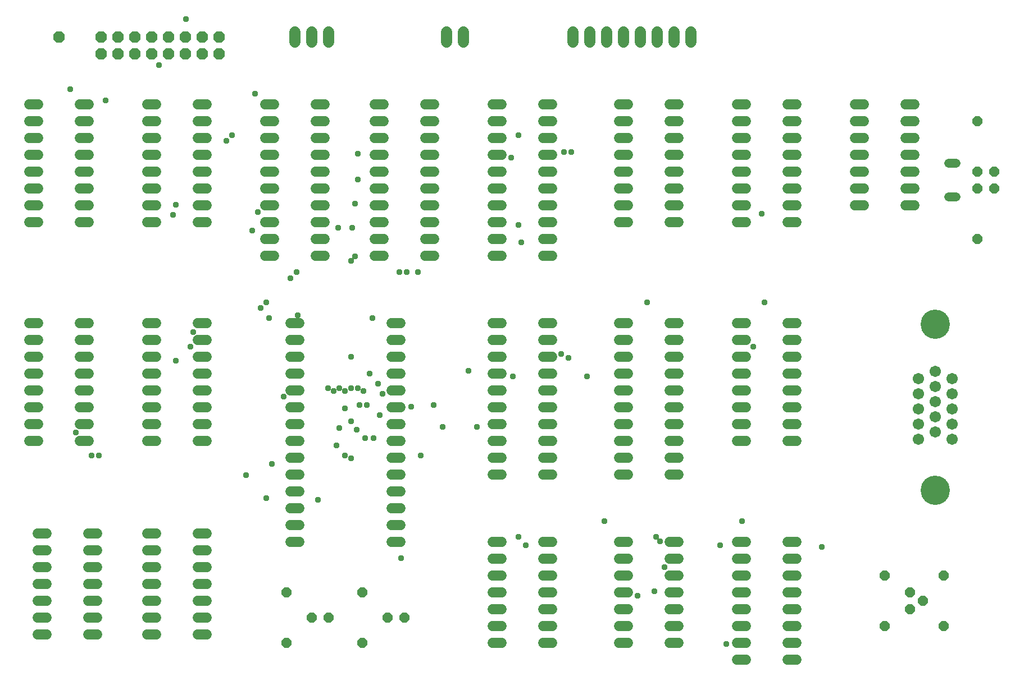
<source format=gbr>
G04 EAGLE Gerber RS-274X export*
G75*
%MOMM*%
%FSLAX34Y34*%
%LPD*%
%INSoldermask Bottom*%
%IPPOS*%
%AMOC8*
5,1,8,0,0,1.08239X$1,22.5*%
G01*
%ADD10P,1.649562X8X292.500000*%
%ADD11C,1.524000*%
%ADD12C,1.711200*%
%ADD13C,4.419200*%
%ADD14C,1.727200*%
%ADD15P,1.869504X8X22.500000*%
%ADD16C,1.320800*%
%ADD17P,1.649562X8X112.500000*%
%ADD18P,1.649562X8X202.500000*%
%ADD19C,0.959600*%


D10*
X1587500Y723900D03*
X1587500Y698500D03*
D11*
X692404Y165100D02*
X679196Y165100D01*
X679196Y190500D02*
X692404Y190500D01*
X692404Y215900D02*
X679196Y215900D01*
X679196Y241300D02*
X692404Y241300D01*
X692404Y266700D02*
X679196Y266700D01*
X679196Y292100D02*
X692404Y292100D01*
X692404Y317500D02*
X679196Y317500D01*
X679196Y342900D02*
X692404Y342900D01*
X692404Y368300D02*
X679196Y368300D01*
X679196Y393700D02*
X692404Y393700D01*
X692404Y419100D02*
X679196Y419100D01*
X679196Y444500D02*
X692404Y444500D01*
X692404Y469900D02*
X679196Y469900D01*
X679196Y495300D02*
X692404Y495300D01*
X540004Y495300D02*
X526796Y495300D01*
X526796Y469900D02*
X540004Y469900D01*
X540004Y444500D02*
X526796Y444500D01*
X526796Y419100D02*
X540004Y419100D01*
X540004Y393700D02*
X526796Y393700D01*
X526796Y368300D02*
X540004Y368300D01*
X540004Y342900D02*
X526796Y342900D01*
X526796Y317500D02*
X540004Y317500D01*
X540004Y292100D02*
X526796Y292100D01*
X526796Y266700D02*
X540004Y266700D01*
X540004Y241300D02*
X526796Y241300D01*
X526796Y215900D02*
X540004Y215900D01*
X540004Y190500D02*
X526796Y190500D01*
X526796Y165100D02*
X540004Y165100D01*
X159004Y177800D02*
X145796Y177800D01*
X145796Y152400D02*
X159004Y152400D01*
X159004Y25400D02*
X145796Y25400D01*
X221996Y25400D02*
X235204Y25400D01*
X159004Y127000D02*
X145796Y127000D01*
X145796Y101600D02*
X159004Y101600D01*
X159004Y50800D02*
X145796Y50800D01*
X145796Y76200D02*
X159004Y76200D01*
X221996Y50800D02*
X235204Y50800D01*
X235204Y76200D02*
X221996Y76200D01*
X221996Y101600D02*
X235204Y101600D01*
X235204Y127000D02*
X221996Y127000D01*
X221996Y152400D02*
X235204Y152400D01*
X235204Y177800D02*
X221996Y177800D01*
X1377696Y825500D02*
X1390904Y825500D01*
X1390904Y800100D02*
X1377696Y800100D01*
X1377696Y673100D02*
X1390904Y673100D01*
X1453896Y673100D02*
X1467104Y673100D01*
X1390904Y774700D02*
X1377696Y774700D01*
X1377696Y749300D02*
X1390904Y749300D01*
X1390904Y698500D02*
X1377696Y698500D01*
X1377696Y723900D02*
X1390904Y723900D01*
X1453896Y698500D02*
X1467104Y698500D01*
X1467104Y723900D02*
X1453896Y723900D01*
X1453896Y749300D02*
X1467104Y749300D01*
X1467104Y774700D02*
X1453896Y774700D01*
X1453896Y800100D02*
X1467104Y800100D01*
X1467104Y825500D02*
X1453896Y825500D01*
X844804Y165100D02*
X831596Y165100D01*
X831596Y139700D02*
X844804Y139700D01*
X844804Y12700D02*
X831596Y12700D01*
X907796Y12700D02*
X921004Y12700D01*
X844804Y114300D02*
X831596Y114300D01*
X831596Y88900D02*
X844804Y88900D01*
X844804Y38100D02*
X831596Y38100D01*
X831596Y63500D02*
X844804Y63500D01*
X907796Y38100D02*
X921004Y38100D01*
X921004Y63500D02*
X907796Y63500D01*
X907796Y88900D02*
X921004Y88900D01*
X921004Y114300D02*
X907796Y114300D01*
X907796Y139700D02*
X921004Y139700D01*
X921004Y165100D02*
X907796Y165100D01*
X1022096Y825500D02*
X1035304Y825500D01*
X1035304Y800100D02*
X1022096Y800100D01*
X1022096Y673100D02*
X1035304Y673100D01*
X1035304Y647700D02*
X1022096Y647700D01*
X1022096Y774700D02*
X1035304Y774700D01*
X1035304Y749300D02*
X1022096Y749300D01*
X1022096Y698500D02*
X1035304Y698500D01*
X1035304Y723900D02*
X1022096Y723900D01*
X1098296Y647700D02*
X1111504Y647700D01*
X1111504Y673100D02*
X1098296Y673100D01*
X1098296Y698500D02*
X1111504Y698500D01*
X1111504Y723900D02*
X1098296Y723900D01*
X1098296Y749300D02*
X1111504Y749300D01*
X1111504Y774700D02*
X1098296Y774700D01*
X1098296Y800100D02*
X1111504Y800100D01*
X1111504Y825500D02*
X1098296Y825500D01*
X1035304Y495300D02*
X1022096Y495300D01*
X1022096Y469900D02*
X1035304Y469900D01*
X1035304Y342900D02*
X1022096Y342900D01*
X1022096Y317500D02*
X1035304Y317500D01*
X1035304Y444500D02*
X1022096Y444500D01*
X1022096Y419100D02*
X1035304Y419100D01*
X1035304Y368300D02*
X1022096Y368300D01*
X1022096Y393700D02*
X1035304Y393700D01*
X1035304Y292100D02*
X1022096Y292100D01*
X1022096Y266700D02*
X1035304Y266700D01*
X1098296Y266700D02*
X1111504Y266700D01*
X1111504Y292100D02*
X1098296Y292100D01*
X1098296Y317500D02*
X1111504Y317500D01*
X1111504Y342900D02*
X1098296Y342900D01*
X1098296Y368300D02*
X1111504Y368300D01*
X1111504Y393700D02*
X1098296Y393700D01*
X1098296Y419100D02*
X1111504Y419100D01*
X1111504Y444500D02*
X1098296Y444500D01*
X1098296Y469900D02*
X1111504Y469900D01*
X1111504Y495300D02*
X1098296Y495300D01*
X844804Y495300D02*
X831596Y495300D01*
X831596Y469900D02*
X844804Y469900D01*
X844804Y342900D02*
X831596Y342900D01*
X831596Y317500D02*
X844804Y317500D01*
X844804Y444500D02*
X831596Y444500D01*
X831596Y419100D02*
X844804Y419100D01*
X844804Y368300D02*
X831596Y368300D01*
X831596Y393700D02*
X844804Y393700D01*
X844804Y292100D02*
X831596Y292100D01*
X831596Y266700D02*
X844804Y266700D01*
X907796Y266700D02*
X921004Y266700D01*
X921004Y292100D02*
X907796Y292100D01*
X907796Y317500D02*
X921004Y317500D01*
X921004Y342900D02*
X907796Y342900D01*
X907796Y368300D02*
X921004Y368300D01*
X921004Y393700D02*
X907796Y393700D01*
X907796Y419100D02*
X921004Y419100D01*
X921004Y444500D02*
X907796Y444500D01*
X907796Y469900D02*
X921004Y469900D01*
X921004Y495300D02*
X907796Y495300D01*
X667004Y825500D02*
X653796Y825500D01*
X653796Y800100D02*
X667004Y800100D01*
X667004Y673100D02*
X653796Y673100D01*
X653796Y647700D02*
X667004Y647700D01*
X667004Y774700D02*
X653796Y774700D01*
X653796Y749300D02*
X667004Y749300D01*
X667004Y698500D02*
X653796Y698500D01*
X653796Y723900D02*
X667004Y723900D01*
X667004Y622300D02*
X653796Y622300D01*
X653796Y596900D02*
X667004Y596900D01*
X729996Y596900D02*
X743204Y596900D01*
X743204Y622300D02*
X729996Y622300D01*
X729996Y647700D02*
X743204Y647700D01*
X743204Y673100D02*
X729996Y673100D01*
X729996Y698500D02*
X743204Y698500D01*
X743204Y723900D02*
X729996Y723900D01*
X729996Y749300D02*
X743204Y749300D01*
X743204Y774700D02*
X729996Y774700D01*
X729996Y800100D02*
X743204Y800100D01*
X743204Y825500D02*
X729996Y825500D01*
X501904Y825500D02*
X488696Y825500D01*
X488696Y800100D02*
X501904Y800100D01*
X501904Y673100D02*
X488696Y673100D01*
X488696Y647700D02*
X501904Y647700D01*
X501904Y774700D02*
X488696Y774700D01*
X488696Y749300D02*
X501904Y749300D01*
X501904Y698500D02*
X488696Y698500D01*
X488696Y723900D02*
X501904Y723900D01*
X501904Y622300D02*
X488696Y622300D01*
X488696Y596900D02*
X501904Y596900D01*
X564896Y596900D02*
X578104Y596900D01*
X578104Y622300D02*
X564896Y622300D01*
X564896Y647700D02*
X578104Y647700D01*
X578104Y673100D02*
X564896Y673100D01*
X564896Y698500D02*
X578104Y698500D01*
X578104Y723900D02*
X564896Y723900D01*
X564896Y749300D02*
X578104Y749300D01*
X578104Y774700D02*
X564896Y774700D01*
X564896Y800100D02*
X578104Y800100D01*
X578104Y825500D02*
X564896Y825500D01*
X831596Y825500D02*
X844804Y825500D01*
X844804Y800100D02*
X831596Y800100D01*
X831596Y673100D02*
X844804Y673100D01*
X844804Y647700D02*
X831596Y647700D01*
X831596Y774700D02*
X844804Y774700D01*
X844804Y749300D02*
X831596Y749300D01*
X831596Y698500D02*
X844804Y698500D01*
X844804Y723900D02*
X831596Y723900D01*
X831596Y622300D02*
X844804Y622300D01*
X844804Y596900D02*
X831596Y596900D01*
X907796Y596900D02*
X921004Y596900D01*
X921004Y622300D02*
X907796Y622300D01*
X907796Y647700D02*
X921004Y647700D01*
X921004Y673100D02*
X907796Y673100D01*
X907796Y698500D02*
X921004Y698500D01*
X921004Y723900D02*
X907796Y723900D01*
X907796Y749300D02*
X921004Y749300D01*
X921004Y774700D02*
X907796Y774700D01*
X907796Y800100D02*
X921004Y800100D01*
X921004Y825500D02*
X907796Y825500D01*
D12*
X1473200Y411500D03*
X1473200Y388600D03*
X1473200Y365700D03*
X1473200Y342800D03*
X1473200Y319900D03*
X1498600Y422900D03*
X1498600Y400000D03*
X1498600Y377100D03*
X1498600Y354200D03*
X1498600Y331300D03*
X1524000Y411500D03*
X1524000Y388600D03*
X1524000Y365700D03*
X1524000Y342800D03*
X1524000Y319900D03*
D13*
X1498600Y243300D03*
X1498600Y493300D03*
D14*
X952500Y919480D02*
X952500Y934720D01*
X977900Y934720D02*
X977900Y919480D01*
X1003300Y919480D02*
X1003300Y934720D01*
X1028700Y934720D02*
X1028700Y919480D01*
X1054100Y919480D02*
X1054100Y934720D01*
X1079500Y934720D02*
X1079500Y919480D01*
X1104900Y919480D02*
X1104900Y934720D01*
X1130300Y934720D02*
X1130300Y919480D01*
D15*
X241300Y901700D03*
X241300Y927100D03*
X266700Y901700D03*
X266700Y927100D03*
X292100Y901700D03*
X292100Y927100D03*
X317500Y901700D03*
X317500Y927100D03*
X342900Y901700D03*
X342900Y927100D03*
X368300Y901700D03*
X368300Y927100D03*
X393700Y901700D03*
X393700Y927100D03*
X419100Y901700D03*
X419100Y927100D03*
D14*
X762000Y919480D02*
X762000Y934720D01*
X787400Y934720D02*
X787400Y919480D01*
D15*
X177800Y927100D03*
D14*
X533400Y919480D02*
X533400Y934720D01*
X558800Y934720D02*
X558800Y919480D01*
X584200Y919480D02*
X584200Y934720D01*
D16*
X1518412Y736600D02*
X1529588Y736600D01*
X1529588Y685800D02*
X1518412Y685800D01*
D10*
X1562100Y698500D03*
X1562100Y622300D03*
X1562100Y800100D03*
X1562100Y723900D03*
D17*
X1511300Y38100D03*
X1511300Y114300D03*
X1422400Y38100D03*
X1422400Y114300D03*
D10*
X1460500Y63500D03*
X1479550Y76200D03*
X1460500Y88900D03*
D11*
X1213104Y825500D02*
X1199896Y825500D01*
X1199896Y800100D02*
X1213104Y800100D01*
X1213104Y673100D02*
X1199896Y673100D01*
X1199896Y647700D02*
X1213104Y647700D01*
X1213104Y774700D02*
X1199896Y774700D01*
X1199896Y749300D02*
X1213104Y749300D01*
X1213104Y698500D02*
X1199896Y698500D01*
X1199896Y723900D02*
X1213104Y723900D01*
X1276096Y647700D02*
X1289304Y647700D01*
X1289304Y673100D02*
X1276096Y673100D01*
X1276096Y698500D02*
X1289304Y698500D01*
X1289304Y723900D02*
X1276096Y723900D01*
X1276096Y749300D02*
X1289304Y749300D01*
X1289304Y774700D02*
X1276096Y774700D01*
X1276096Y800100D02*
X1289304Y800100D01*
X1289304Y825500D02*
X1276096Y825500D01*
X1213104Y165100D02*
X1199896Y165100D01*
X1199896Y139700D02*
X1213104Y139700D01*
X1213104Y12700D02*
X1199896Y12700D01*
X1199896Y-12700D02*
X1213104Y-12700D01*
X1213104Y114300D02*
X1199896Y114300D01*
X1199896Y88900D02*
X1213104Y88900D01*
X1213104Y38100D02*
X1199896Y38100D01*
X1199896Y63500D02*
X1213104Y63500D01*
X1276096Y-12700D02*
X1289304Y-12700D01*
X1289304Y12700D02*
X1276096Y12700D01*
X1276096Y38100D02*
X1289304Y38100D01*
X1289304Y63500D02*
X1276096Y63500D01*
X1276096Y88900D02*
X1289304Y88900D01*
X1289304Y114300D02*
X1276096Y114300D01*
X1276096Y139700D02*
X1289304Y139700D01*
X1289304Y165100D02*
X1276096Y165100D01*
X1213104Y495300D02*
X1199896Y495300D01*
X1199896Y469900D02*
X1213104Y469900D01*
X1213104Y342900D02*
X1199896Y342900D01*
X1199896Y317500D02*
X1213104Y317500D01*
X1213104Y444500D02*
X1199896Y444500D01*
X1199896Y419100D02*
X1213104Y419100D01*
X1213104Y368300D02*
X1199896Y368300D01*
X1199896Y393700D02*
X1213104Y393700D01*
X1276096Y317500D02*
X1289304Y317500D01*
X1289304Y342900D02*
X1276096Y342900D01*
X1276096Y368300D02*
X1289304Y368300D01*
X1289304Y393700D02*
X1276096Y393700D01*
X1276096Y419100D02*
X1289304Y419100D01*
X1289304Y444500D02*
X1276096Y444500D01*
X1276096Y469900D02*
X1289304Y469900D01*
X1289304Y495300D02*
X1276096Y495300D01*
X1035304Y165100D02*
X1022096Y165100D01*
X1022096Y139700D02*
X1035304Y139700D01*
X1035304Y12700D02*
X1022096Y12700D01*
X1098296Y12700D02*
X1111504Y12700D01*
X1035304Y114300D02*
X1022096Y114300D01*
X1022096Y88900D02*
X1035304Y88900D01*
X1035304Y38100D02*
X1022096Y38100D01*
X1022096Y63500D02*
X1035304Y63500D01*
X1098296Y38100D02*
X1111504Y38100D01*
X1111504Y63500D02*
X1098296Y63500D01*
X1098296Y88900D02*
X1111504Y88900D01*
X1111504Y114300D02*
X1098296Y114300D01*
X1098296Y139700D02*
X1111504Y139700D01*
X1111504Y165100D02*
X1098296Y165100D01*
X324104Y495300D02*
X310896Y495300D01*
X310896Y469900D02*
X324104Y469900D01*
X324104Y342900D02*
X310896Y342900D01*
X310896Y317500D02*
X324104Y317500D01*
X324104Y444500D02*
X310896Y444500D01*
X310896Y419100D02*
X324104Y419100D01*
X324104Y368300D02*
X310896Y368300D01*
X310896Y393700D02*
X324104Y393700D01*
X387096Y317500D02*
X400304Y317500D01*
X400304Y342900D02*
X387096Y342900D01*
X387096Y368300D02*
X400304Y368300D01*
X400304Y393700D02*
X387096Y393700D01*
X387096Y419100D02*
X400304Y419100D01*
X400304Y444500D02*
X387096Y444500D01*
X387096Y469900D02*
X400304Y469900D01*
X400304Y495300D02*
X387096Y495300D01*
X324104Y825500D02*
X310896Y825500D01*
X310896Y800100D02*
X324104Y800100D01*
X324104Y673100D02*
X310896Y673100D01*
X310896Y647700D02*
X324104Y647700D01*
X324104Y774700D02*
X310896Y774700D01*
X310896Y749300D02*
X324104Y749300D01*
X324104Y698500D02*
X310896Y698500D01*
X310896Y723900D02*
X324104Y723900D01*
X387096Y647700D02*
X400304Y647700D01*
X400304Y673100D02*
X387096Y673100D01*
X387096Y698500D02*
X400304Y698500D01*
X400304Y723900D02*
X387096Y723900D01*
X387096Y749300D02*
X400304Y749300D01*
X400304Y774700D02*
X387096Y774700D01*
X387096Y800100D02*
X400304Y800100D01*
X400304Y825500D02*
X387096Y825500D01*
X146304Y495300D02*
X133096Y495300D01*
X133096Y469900D02*
X146304Y469900D01*
X146304Y342900D02*
X133096Y342900D01*
X133096Y317500D02*
X146304Y317500D01*
X146304Y444500D02*
X133096Y444500D01*
X133096Y419100D02*
X146304Y419100D01*
X146304Y368300D02*
X133096Y368300D01*
X133096Y393700D02*
X146304Y393700D01*
X209296Y317500D02*
X222504Y317500D01*
X222504Y342900D02*
X209296Y342900D01*
X209296Y368300D02*
X222504Y368300D01*
X222504Y393700D02*
X209296Y393700D01*
X209296Y419100D02*
X222504Y419100D01*
X222504Y444500D02*
X209296Y444500D01*
X209296Y469900D02*
X222504Y469900D01*
X222504Y495300D02*
X209296Y495300D01*
X146304Y825500D02*
X133096Y825500D01*
X133096Y800100D02*
X146304Y800100D01*
X146304Y673100D02*
X133096Y673100D01*
X133096Y647700D02*
X146304Y647700D01*
X146304Y774700D02*
X133096Y774700D01*
X133096Y749300D02*
X146304Y749300D01*
X146304Y698500D02*
X133096Y698500D01*
X133096Y723900D02*
X146304Y723900D01*
X209296Y647700D02*
X222504Y647700D01*
X222504Y673100D02*
X209296Y673100D01*
X209296Y698500D02*
X222504Y698500D01*
X222504Y723900D02*
X209296Y723900D01*
X209296Y749300D02*
X222504Y749300D01*
X222504Y774700D02*
X209296Y774700D01*
X209296Y800100D02*
X222504Y800100D01*
X222504Y825500D02*
X209296Y825500D01*
X310896Y177800D02*
X324104Y177800D01*
X324104Y152400D02*
X310896Y152400D01*
X310896Y25400D02*
X324104Y25400D01*
X387096Y25400D02*
X400304Y25400D01*
X324104Y127000D02*
X310896Y127000D01*
X310896Y101600D02*
X324104Y101600D01*
X324104Y50800D02*
X310896Y50800D01*
X310896Y76200D02*
X324104Y76200D01*
X387096Y50800D02*
X400304Y50800D01*
X400304Y76200D02*
X387096Y76200D01*
X387096Y101600D02*
X400304Y101600D01*
X400304Y127000D02*
X387096Y127000D01*
X387096Y152400D02*
X400304Y152400D01*
X400304Y177800D02*
X387096Y177800D01*
D18*
X698500Y50800D03*
X673100Y50800D03*
X584200Y50800D03*
X558800Y50800D03*
D10*
X520700Y88900D03*
X520700Y12700D03*
X635000Y88900D03*
X635000Y12700D03*
D19*
X1206881Y196469D03*
X1183132Y10795D03*
X1237107Y660654D03*
X1077341Y172720D03*
X1083818Y166243D03*
X1327785Y157607D03*
X1049274Y84201D03*
X1174496Y159766D03*
X999617Y196469D03*
X973709Y414528D03*
X945642Y442595D03*
X1224153Y459867D03*
X807466Y338963D03*
X1241425Y526796D03*
X1064387Y526796D03*
X934847Y449072D03*
X880872Y159766D03*
X1090295Y127381D03*
X1075182Y90678D03*
X870077Y172720D03*
X636905Y392938D03*
X641223Y371348D03*
X660654Y356235D03*
X708152Y369189D03*
X658495Y403733D03*
X664972Y388620D03*
X628269Y712470D03*
X628269Y397256D03*
X630428Y371348D03*
X723265Y295783D03*
X623951Y675767D03*
X608838Y392938D03*
X608838Y367030D03*
X652018Y321691D03*
X598043Y639064D03*
X591566Y392938D03*
X567817Y228854D03*
X619633Y639064D03*
X600202Y397256D03*
X600202Y336804D03*
X608838Y295783D03*
X494411Y503047D03*
X623951Y595884D03*
X617474Y397256D03*
X617474Y347599D03*
X617474Y291465D03*
X742696Y371348D03*
X794512Y423164D03*
X468503Y634746D03*
X490093Y231013D03*
X535432Y572135D03*
X582930Y397256D03*
X526796Y563499D03*
X490093Y526796D03*
X498729Y282829D03*
X481457Y518160D03*
X693039Y140335D03*
X194310Y848487D03*
X248285Y831215D03*
X354076Y673608D03*
X354076Y438277D03*
X375666Y459867D03*
X429641Y770763D03*
X349758Y658495D03*
X379984Y481457D03*
X438277Y779399D03*
X939165Y753491D03*
X949960Y753491D03*
X459867Y265557D03*
X477139Y662813D03*
X328168Y885190D03*
X369189Y954278D03*
X472821Y842010D03*
X628269Y751332D03*
X237490Y295783D03*
X690880Y572135D03*
X226695Y295783D03*
X617474Y444754D03*
X617474Y589407D03*
X202946Y330327D03*
X516001Y384302D03*
X537591Y507365D03*
X701675Y572135D03*
X645541Y418846D03*
X649859Y503047D03*
X718947Y572135D03*
X870077Y643382D03*
X874395Y617474D03*
X859282Y744855D03*
X870077Y779399D03*
X861441Y414528D03*
X755650Y338963D03*
X639064Y321691D03*
X626110Y334645D03*
X595884Y310896D03*
M02*

</source>
